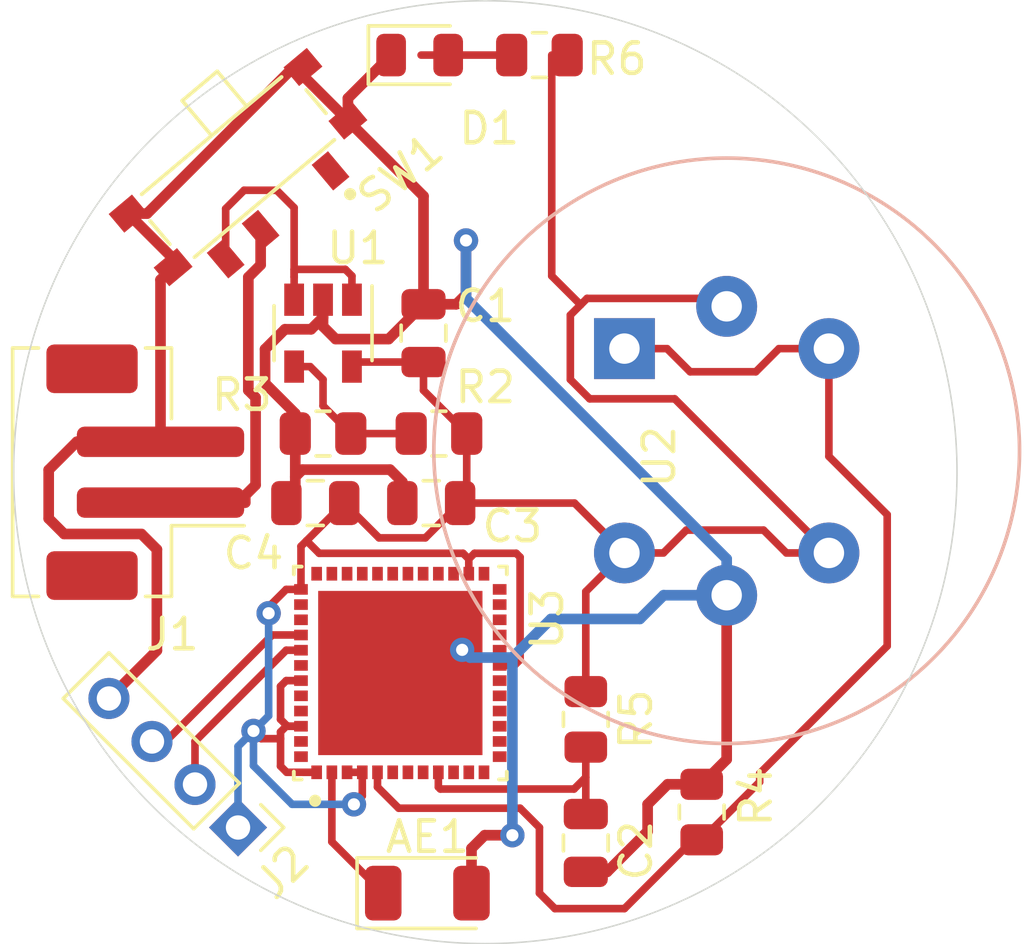
<source format=kicad_pcb>
(kicad_pcb (version 20171130) (host pcbnew 5.1.7-a382d34a8~88~ubuntu18.04.1)

  (general
    (thickness 1.6)
    (drawings 1)
    (tracks 198)
    (zones 0)
    (modules 17)
    (nets 48)
  )

  (page A4)
  (title_block
    (title IotMaskPCB)
    (date 2021-05-21)
    (rev v1.0)
    (company e-Yantra,IITBombay)
  )

  (layers
    (0 F.Cu signal)
    (31 B.Cu signal)
    (36 B.SilkS user hide)
    (37 F.SilkS user)
    (38 B.Mask user hide)
    (39 F.Mask user)
    (40 Dwgs.User user hide)
    (41 Cmts.User user hide)
    (44 Edge.Cuts user)
    (45 Margin user)
    (46 B.CrtYd user hide)
    (47 F.CrtYd user)
    (48 B.Fab user)
    (49 F.Fab user hide)
  )

  (setup
    (last_trace_width 0.25)
    (user_trace_width 0.25)
    (user_trace_width 0.35)
    (trace_clearance 0.2)
    (zone_clearance 0.508)
    (zone_45_only no)
    (trace_min 0.2)
    (via_size 0.8)
    (via_drill 0.4)
    (via_min_size 0.4)
    (via_min_drill 0.3)
    (uvia_size 0.3)
    (uvia_drill 0.1)
    (uvias_allowed no)
    (uvia_min_size 0.2)
    (uvia_min_drill 0.1)
    (edge_width 0.05)
    (segment_width 0.2)
    (pcb_text_width 0.3)
    (pcb_text_size 1.5 1.5)
    (mod_edge_width 0.12)
    (mod_text_size 1 1)
    (mod_text_width 0.15)
    (pad_size 1.524 1.524)
    (pad_drill 0.762)
    (pad_to_mask_clearance 0)
    (aux_axis_origin 0 0)
    (visible_elements FFFFFF7F)
    (pcbplotparams
      (layerselection 0x010fc_ffffffff)
      (usegerberextensions false)
      (usegerberattributes true)
      (usegerberadvancedattributes true)
      (creategerberjobfile true)
      (excludeedgelayer true)
      (linewidth 0.100000)
      (plotframeref false)
      (viasonmask false)
      (mode 1)
      (useauxorigin false)
      (hpglpennumber 1)
      (hpglpenspeed 20)
      (hpglpendiameter 15.000000)
      (psnegative false)
      (psa4output false)
      (plotreference true)
      (plotvalue true)
      (plotinvisibletext false)
      (padsonsilk false)
      (subtractmaskfromsilk false)
      (outputformat 1)
      (mirror false)
      (drillshape 1)
      (scaleselection 1)
      (outputdirectory ""))
  )

  (net 0 "")
  (net 1 GND)
  (net 2 "Net-(AE1-Pad1)")
  (net 3 /3.3V)
  (net 4 "Net-(C2-Pad1)")
  (net 5 "Net-(D1-Pad2)")
  (net 6 /5V)
  (net 7 /Rx)
  (net 8 /Tx)
  (net 9 "Net-(R2-Pad2)")
  (net 10 ADC)
  (net 11 "Net-(SW1-Pad3)")
  (net 12 "Net-(SW1-Pad1)")
  (net 13 "Net-(U3-Pad48)")
  (net 14 "Net-(U3-Pad47)")
  (net 15 "Net-(U3-Pad45)")
  (net 16 "Net-(U3-Pad44)")
  (net 17 "Net-(U3-Pad42)")
  (net 18 "Net-(U3-Pad39)")
  (net 19 "Net-(U3-Pad38)")
  (net 20 "Net-(U3-Pad36)")
  (net 21 "Net-(U3-Pad35)")
  (net 22 "Net-(U3-Pad34)")
  (net 23 "Net-(U3-Pad33)")
  (net 24 "Net-(U3-Pad32)")
  (net 25 "Net-(U3-Pad31)")
  (net 26 "Net-(U3-Pad30)")
  (net 27 "Net-(U3-Pad29)")
  (net 28 "Net-(U3-Pad28)")
  (net 29 "Net-(U3-Pad27)")
  (net 30 "Net-(U3-Pad25)")
  (net 31 "Net-(U3-Pad24)")
  (net 32 "Net-(U3-Pad23)")
  (net 33 "Net-(U3-Pad22)")
  (net 34 "Net-(U3-Pad21)")
  (net 35 "Net-(U3-Pad20)")
  (net 36 "Net-(U3-Pad18)")
  (net 37 "Net-(U3-Pad17)")
  (net 38 "Net-(U3-Pad16)")
  (net 39 "Net-(U3-Pad15)")
  (net 40 "Net-(U3-Pad14)")
  (net 41 "Net-(U3-Pad13)")
  (net 42 "Net-(U3-Pad12)")
  (net 43 "Net-(U3-Pad11)")
  (net 44 "Net-(U3-Pad10)")
  (net 45 "Net-(U3-Pad8)")
  (net 46 "Net-(U3-Pad7)")
  (net 47 "Net-(U3-Pad6)")

  (net_class Default "This is the default net class."
    (clearance 0.2)
    (trace_width 0.25)
    (via_dia 0.8)
    (via_drill 0.4)
    (uvia_dia 0.3)
    (uvia_drill 0.1)
    (add_net /3.3V)
    (add_net /Rx)
    (add_net /Tx)
    (add_net ADC)
    (add_net "Net-(AE1-Pad1)")
    (add_net "Net-(C2-Pad1)")
    (add_net "Net-(D1-Pad2)")
    (add_net "Net-(R2-Pad2)")
    (add_net "Net-(SW1-Pad1)")
    (add_net "Net-(SW1-Pad3)")
    (add_net "Net-(U3-Pad10)")
    (add_net "Net-(U3-Pad11)")
    (add_net "Net-(U3-Pad12)")
    (add_net "Net-(U3-Pad13)")
    (add_net "Net-(U3-Pad14)")
    (add_net "Net-(U3-Pad15)")
    (add_net "Net-(U3-Pad16)")
    (add_net "Net-(U3-Pad17)")
    (add_net "Net-(U3-Pad18)")
    (add_net "Net-(U3-Pad20)")
    (add_net "Net-(U3-Pad21)")
    (add_net "Net-(U3-Pad22)")
    (add_net "Net-(U3-Pad23)")
    (add_net "Net-(U3-Pad24)")
    (add_net "Net-(U3-Pad25)")
    (add_net "Net-(U3-Pad27)")
    (add_net "Net-(U3-Pad28)")
    (add_net "Net-(U3-Pad29)")
    (add_net "Net-(U3-Pad30)")
    (add_net "Net-(U3-Pad31)")
    (add_net "Net-(U3-Pad32)")
    (add_net "Net-(U3-Pad33)")
    (add_net "Net-(U3-Pad34)")
    (add_net "Net-(U3-Pad35)")
    (add_net "Net-(U3-Pad36)")
    (add_net "Net-(U3-Pad38)")
    (add_net "Net-(U3-Pad39)")
    (add_net "Net-(U3-Pad42)")
    (add_net "Net-(U3-Pad44)")
    (add_net "Net-(U3-Pad45)")
    (add_net "Net-(U3-Pad47)")
    (add_net "Net-(U3-Pad48)")
    (add_net "Net-(U3-Pad6)")
    (add_net "Net-(U3-Pad7)")
    (add_net "Net-(U3-Pad8)")
  )

  (net_class 0.5mm ""
    (clearance 0.2)
    (trace_width 0.35)
    (via_dia 0.8)
    (via_drill 0.4)
    (uvia_dia 0.3)
    (uvia_drill 0.1)
    (add_net /5V)
    (add_net GND)
  )

  (module ESP32-PICO-D4:PQFN50P700X700X104-49N (layer F.Cu) (tedit 60A11C61) (tstamp 60A806EB)
    (at 98.552 82.55 90)
    (path /60A60752)
    (fp_text reference U3 (at 1.778 4.826 270) (layer F.SilkS)
      (effects (font (size 1 1) (thickness 0.15)))
    )
    (fp_text value ESP (at -4.318 1.016 180) (layer F.Fab)
      (effects (font (size 1 1) (thickness 0.015)))
    )
    (fp_line (start -3.5 3.5) (end -3.5 -3.5) (layer F.Fab) (width 0.127))
    (fp_line (start -3.5 -3.5) (end 3.5 -3.5) (layer F.Fab) (width 0.127))
    (fp_line (start 3.5 -3.5) (end 3.5 3.5) (layer F.Fab) (width 0.127))
    (fp_line (start 3.5 3.5) (end -3.5 3.5) (layer F.Fab) (width 0.127))
    (fp_line (start -3.5 -3.245) (end -3.5 -3.5) (layer F.SilkS) (width 0.127))
    (fp_line (start -3.5 -3.5) (end -3.245 -3.5) (layer F.SilkS) (width 0.127))
    (fp_line (start -3.5 3.245) (end -3.5 3.5) (layer F.SilkS) (width 0.127))
    (fp_line (start -3.5 3.5) (end -3.245 3.5) (layer F.SilkS) (width 0.127))
    (fp_line (start 3.5 3.245) (end 3.5 3.5) (layer F.SilkS) (width 0.127))
    (fp_line (start 3.5 3.5) (end 3.245 3.5) (layer F.SilkS) (width 0.127))
    (fp_line (start 3.5 -3.245) (end 3.5 -3.5) (layer F.SilkS) (width 0.127))
    (fp_line (start 3.5 -3.5) (end 3.245 -3.5) (layer F.SilkS) (width 0.127))
    (fp_line (start -3.75 3.75) (end 3.75 3.75) (layer F.CrtYd) (width 0.05))
    (fp_line (start 3.75 3.75) (end 3.75 -3.75) (layer F.CrtYd) (width 0.05))
    (fp_line (start 3.75 -3.75) (end -3.75 -3.75) (layer F.CrtYd) (width 0.05))
    (fp_line (start -3.75 -3.75) (end -3.75 3.75) (layer F.CrtYd) (width 0.05))
    (fp_circle (center -4.2 -2.8) (end -4.1 -2.8) (layer F.SilkS) (width 0.2))
    (fp_circle (center -4.2 -2.8) (end -4.1 -2.8) (layer F.Fab) (width 0.2))
    (fp_poly (pts (xy 0.395 -2.305) (xy 2.305 -2.305) (xy 2.305 -0.395) (xy 0.395 -0.395)) (layer F.Paste) (width 0.01))
    (fp_poly (pts (xy -2.305 -2.305) (xy -0.395 -2.305) (xy -0.395 -0.395) (xy -2.305 -0.395)) (layer F.Paste) (width 0.01))
    (fp_poly (pts (xy -2.305 0.395) (xy -0.395 0.395) (xy -0.395 2.305) (xy -2.305 2.305)) (layer F.Paste) (width 0.01))
    (fp_poly (pts (xy 0.395 0.395) (xy 2.305 0.395) (xy 2.305 2.305) (xy 0.395 2.305)) (layer F.Paste) (width 0.01))
    (pad 49 smd rect (at 0 0 90) (size 5.4 5.4) (layers F.Cu F.Mask)
      (net 1 GND))
    (pad 48 smd rect (at -2.75 -3.265 90) (size 0.35 0.45) (layers F.Cu F.Paste F.Mask)
      (net 13 "Net-(U3-Pad48)"))
    (pad 47 smd rect (at -2.25 -3.265 90) (size 0.35 0.45) (layers F.Cu F.Paste F.Mask)
      (net 14 "Net-(U3-Pad47)"))
    (pad 46 smd rect (at -1.75 -3.265 90) (size 0.35 0.45) (layers F.Cu F.Paste F.Mask)
      (net 3 /3.3V))
    (pad 45 smd rect (at -1.25 -3.265 90) (size 0.35 0.45) (layers F.Cu F.Paste F.Mask)
      (net 15 "Net-(U3-Pad45)"))
    (pad 44 smd rect (at -0.75 -3.265 90) (size 0.35 0.45) (layers F.Cu F.Paste F.Mask)
      (net 16 "Net-(U3-Pad44)"))
    (pad 43 smd rect (at -0.25 -3.265 90) (size 0.35 0.45) (layers F.Cu F.Paste F.Mask)
      (net 3 /3.3V))
    (pad 42 smd rect (at 0.25 -3.265 90) (size 0.35 0.45) (layers F.Cu F.Paste F.Mask)
      (net 17 "Net-(U3-Pad42)"))
    (pad 41 smd rect (at 0.75 -3.265 90) (size 0.35 0.45) (layers F.Cu F.Paste F.Mask)
      (net 8 /Tx))
    (pad 40 smd rect (at 1.25 -3.265 90) (size 0.35 0.45) (layers F.Cu F.Paste F.Mask)
      (net 7 /Rx))
    (pad 39 smd rect (at 1.75 -3.265 90) (size 0.35 0.45) (layers F.Cu F.Paste F.Mask)
      (net 18 "Net-(U3-Pad39)"))
    (pad 38 smd rect (at 2.25 -3.265 90) (size 0.35 0.45) (layers F.Cu F.Paste F.Mask)
      (net 19 "Net-(U3-Pad38)"))
    (pad 37 smd rect (at 2.75 -3.265 90) (size 0.35 0.45) (layers F.Cu F.Paste F.Mask)
      (net 3 /3.3V))
    (pad 36 smd rect (at 3.265 -2.75 90) (size 0.45 0.35) (layers F.Cu F.Paste F.Mask)
      (net 20 "Net-(U3-Pad36)"))
    (pad 35 smd rect (at 3.265 -2.25 90) (size 0.45 0.35) (layers F.Cu F.Paste F.Mask)
      (net 21 "Net-(U3-Pad35)"))
    (pad 34 smd rect (at 3.265 -1.75 90) (size 0.45 0.35) (layers F.Cu F.Paste F.Mask)
      (net 22 "Net-(U3-Pad34)"))
    (pad 33 smd rect (at 3.265 -1.25 90) (size 0.45 0.35) (layers F.Cu F.Paste F.Mask)
      (net 23 "Net-(U3-Pad33)"))
    (pad 32 smd rect (at 3.265 -0.75 90) (size 0.45 0.35) (layers F.Cu F.Paste F.Mask)
      (net 24 "Net-(U3-Pad32)"))
    (pad 31 smd rect (at 3.265 -0.25 90) (size 0.45 0.35) (layers F.Cu F.Paste F.Mask)
      (net 25 "Net-(U3-Pad31)"))
    (pad 30 smd rect (at 3.265 0.25 90) (size 0.45 0.35) (layers F.Cu F.Paste F.Mask)
      (net 26 "Net-(U3-Pad30)"))
    (pad 29 smd rect (at 3.265 0.75 90) (size 0.45 0.35) (layers F.Cu F.Paste F.Mask)
      (net 27 "Net-(U3-Pad29)"))
    (pad 28 smd rect (at 3.265 1.25 90) (size 0.45 0.35) (layers F.Cu F.Paste F.Mask)
      (net 28 "Net-(U3-Pad28)"))
    (pad 27 smd rect (at 3.265 1.75 90) (size 0.45 0.35) (layers F.Cu F.Paste F.Mask)
      (net 29 "Net-(U3-Pad27)"))
    (pad 26 smd rect (at 3.265 2.25 90) (size 0.45 0.35) (layers F.Cu F.Paste F.Mask)
      (net 3 /3.3V))
    (pad 25 smd rect (at 3.265 2.75 90) (size 0.45 0.35) (layers F.Cu F.Paste F.Mask)
      (net 30 "Net-(U3-Pad25)"))
    (pad 24 smd rect (at 2.75 3.265 90) (size 0.35 0.45) (layers F.Cu F.Paste F.Mask)
      (net 31 "Net-(U3-Pad24)"))
    (pad 23 smd rect (at 2.25 3.265 90) (size 0.35 0.45) (layers F.Cu F.Paste F.Mask)
      (net 32 "Net-(U3-Pad23)"))
    (pad 22 smd rect (at 1.75 3.265 90) (size 0.35 0.45) (layers F.Cu F.Paste F.Mask)
      (net 33 "Net-(U3-Pad22)"))
    (pad 21 smd rect (at 1.25 3.265 90) (size 0.35 0.45) (layers F.Cu F.Paste F.Mask)
      (net 34 "Net-(U3-Pad21)"))
    (pad 20 smd rect (at 0.75 3.265 90) (size 0.35 0.45) (layers F.Cu F.Paste F.Mask)
      (net 35 "Net-(U3-Pad20)"))
    (pad 19 smd rect (at 0.25 3.265 90) (size 0.35 0.45) (layers F.Cu F.Paste F.Mask)
      (net 3 /3.3V))
    (pad 18 smd rect (at -0.25 3.265 90) (size 0.35 0.45) (layers F.Cu F.Paste F.Mask)
      (net 36 "Net-(U3-Pad18)"))
    (pad 17 smd rect (at -0.75 3.265 90) (size 0.35 0.45) (layers F.Cu F.Paste F.Mask)
      (net 37 "Net-(U3-Pad17)"))
    (pad 16 smd rect (at -1.25 3.265 90) (size 0.35 0.45) (layers F.Cu F.Paste F.Mask)
      (net 38 "Net-(U3-Pad16)"))
    (pad 15 smd rect (at -1.75 3.265 90) (size 0.35 0.45) (layers F.Cu F.Paste F.Mask)
      (net 39 "Net-(U3-Pad15)"))
    (pad 14 smd rect (at -2.25 3.265 90) (size 0.35 0.45) (layers F.Cu F.Paste F.Mask)
      (net 40 "Net-(U3-Pad14)"))
    (pad 13 smd rect (at -2.75 3.265 90) (size 0.35 0.45) (layers F.Cu F.Paste F.Mask)
      (net 41 "Net-(U3-Pad13)"))
    (pad 12 smd rect (at -3.265 2.75 90) (size 0.45 0.35) (layers F.Cu F.Paste F.Mask)
      (net 42 "Net-(U3-Pad12)"))
    (pad 11 smd rect (at -3.265 2.25 90) (size 0.45 0.35) (layers F.Cu F.Paste F.Mask)
      (net 43 "Net-(U3-Pad11)"))
    (pad 10 smd rect (at -3.265 1.75 90) (size 0.45 0.35) (layers F.Cu F.Paste F.Mask)
      (net 44 "Net-(U3-Pad10)"))
    (pad 9 smd rect (at -3.265 1.25 90) (size 0.45 0.35) (layers F.Cu F.Paste F.Mask)
      (net 4 "Net-(C2-Pad1)"))
    (pad 8 smd rect (at -3.265 0.75 90) (size 0.45 0.35) (layers F.Cu F.Paste F.Mask)
      (net 45 "Net-(U3-Pad8)"))
    (pad 7 smd rect (at -3.265 0.25 90) (size 0.45 0.35) (layers F.Cu F.Paste F.Mask)
      (net 46 "Net-(U3-Pad7)"))
    (pad 6 smd rect (at -3.265 -0.25 90) (size 0.45 0.35) (layers F.Cu F.Paste F.Mask)
      (net 47 "Net-(U3-Pad6)"))
    (pad 5 smd rect (at -3.265 -0.75 90) (size 0.45 0.35) (layers F.Cu F.Paste F.Mask)
      (net 10 ADC))
    (pad 4 smd rect (at -3.265 -1.25 90) (size 0.45 0.35) (layers F.Cu F.Paste F.Mask)
      (net 3 /3.3V))
    (pad 3 smd rect (at -3.265 -1.75 90) (size 0.45 0.35) (layers F.Cu F.Paste F.Mask)
      (net 3 /3.3V))
    (pad 2 smd rect (at -3.265 -2.25 90) (size 0.45 0.35) (layers F.Cu F.Paste F.Mask)
      (net 2 "Net-(AE1-Pad1)"))
    (pad 1 smd rect (at -3.265 -2.75 90) (size 0.45 0.35) (layers F.Cu F.Paste F.Mask)
      (net 3 /3.3V))
    (model /home/aditya/Codeworks/KICAD/ESP32-PICO-D4/ESP32-PICO-D4--3DModel-STEP-56544.STEP
      (at (xyz 0 0 0))
      (scale (xyz 1 1 1))
      (rotate (xyz -90 0 180))
    )
  )

  (module Sensor:MQ-6 (layer B.Cu) (tedit 5D9B6A52) (tstamp 60A806A0)
    (at 105.918 71.882 270)
    (descr "Gas Sensor, 6 pin, https://www.winsen-sensor.com/d/files/semiconductor/mq-6.pdf")
    (tags "gas sensor")
    (path /60AC8292)
    (fp_text reference U2 (at 3.556 -1.143 270) (layer F.SilkS)
      (effects (font (size 1 1) (thickness 0.15)))
    )
    (fp_text value MQ-135 (at 1.143 -8.89 270) (layer F.Fab)
      (effects (font (size 1 1) (thickness 0.15)))
    )
    (fp_circle (center 3.36 -3.36) (end 12.86 -3.36) (layer B.Fab) (width 0.1))
    (fp_circle (center 3.36 -3.36) (end 12.985 -3.36) (layer B.SilkS) (width 0.12))
    (fp_circle (center 3.36 -3.36) (end 13.11 -3.36) (layer B.CrtYd) (width 0.05))
    (fp_text user %R (at 3.65 -3.68 270) (layer F.Fab)
      (effects (font (size 1 1) (thickness 0.15)))
    )
    (pad 6 thru_hole circle (at 6.72 0) (size 2 2) (drill 1) (layers *.Cu *.Mask)
      (net 3 /3.3V))
    (pad 4 thru_hole circle (at 6.72 -6.72 90) (size 2 2) (drill 1) (layers *.Cu *.Mask)
      (net 3 /3.3V))
    (pad 3 thru_hole circle (at 0 -6.72 180) (size 2 2) (drill 1) (layers *.Cu *.Mask)
      (net 10 ADC))
    (pad 1 thru_hole rect (at 0 0 270) (size 2 2) (drill 1) (layers *.Cu *.Mask)
      (net 10 ADC))
    (pad 5 thru_hole circle (at 8.11 -3.36 270) (size 2 2) (drill 1) (layers *.Cu *.Mask)
      (net 1 GND))
    (pad 2 thru_hole circle (at -1.39 -3.36 270) (size 2 2) (drill 1) (layers *.Cu *.Mask)
      (net 3 /3.3V))
    (model ${KISYS3DMOD}/Sensor.3dshapes/MQ-6.wrl
      (at (xyz 0 0 0))
      (scale (xyz 1 1 1))
      (rotate (xyz 0 0 0))
    )
  )

  (module Package_TO_SOT_SMD:SOT-23-5 (layer F.Cu) (tedit 5A02FF57) (tstamp 60A81B6D)
    (at 96.012 71.374 270)
    (descr "5-pin SOT23 package")
    (tags SOT-23-5)
    (path /60AB7D84)
    (attr smd)
    (fp_text reference U1 (at -2.794 -1.143 180) (layer F.SilkS)
      (effects (font (size 1 1) (thickness 0.15)))
    )
    (fp_text value SPX (at -2.286 -0.381 180) (layer F.Fab)
      (effects (font (size 0.75 0.75) (thickness 0.15)))
    )
    (fp_line (start -0.9 1.61) (end 0.9 1.61) (layer F.SilkS) (width 0.12))
    (fp_line (start 0.9 -1.61) (end -1.55 -1.61) (layer F.SilkS) (width 0.12))
    (fp_line (start -1.9 -1.8) (end 1.9 -1.8) (layer F.CrtYd) (width 0.05))
    (fp_line (start 1.9 -1.8) (end 1.9 1.8) (layer F.CrtYd) (width 0.05))
    (fp_line (start 1.9 1.8) (end -1.9 1.8) (layer F.CrtYd) (width 0.05))
    (fp_line (start -1.9 1.8) (end -1.9 -1.8) (layer F.CrtYd) (width 0.05))
    (fp_line (start -0.9 -0.9) (end -0.25 -1.55) (layer F.Fab) (width 0.1))
    (fp_line (start 0.9 -1.55) (end -0.25 -1.55) (layer F.Fab) (width 0.1))
    (fp_line (start -0.9 -0.9) (end -0.9 1.55) (layer F.Fab) (width 0.1))
    (fp_line (start 0.9 1.55) (end -0.9 1.55) (layer F.Fab) (width 0.1))
    (fp_line (start 0.9 -1.55) (end 0.9 1.55) (layer F.Fab) (width 0.1))
    (fp_text user %R (at 0 0) (layer F.Fab)
      (effects (font (size 0.5 0.5) (thickness 0.075)))
    )
    (pad 5 smd rect (at 1.1 -0.95 270) (size 1.06 0.65) (layers F.Cu F.Paste F.Mask)
      (net 3 /3.3V))
    (pad 4 smd rect (at 1.1 0.95 270) (size 1.06 0.65) (layers F.Cu F.Paste F.Mask)
      (net 9 "Net-(R2-Pad2)"))
    (pad 3 smd rect (at -1.1 0.95 270) (size 1.06 0.65) (layers F.Cu F.Paste F.Mask)
      (net 11 "Net-(SW1-Pad3)"))
    (pad 2 smd rect (at -1.1 0 270) (size 1.06 0.65) (layers F.Cu F.Paste F.Mask)
      (net 1 GND))
    (pad 1 smd rect (at -1.1 -0.95 270) (size 1.06 0.65) (layers F.Cu F.Paste F.Mask)
      (net 11 "Net-(SW1-Pad3)"))
    (model ${KISYS3DMOD}/Package_TO_SOT_SMD.3dshapes/SOT-23-5.wrl
      (at (xyz 0 0 0))
      (scale (xyz 1 1 1))
      (rotate (xyz 0 0 0))
    )
  )

  (module MLL1200S:SW_MLL1200S (layer F.Cu) (tedit 60A62C91) (tstamp 60A8067D)
    (at 93.218 65.913 220)
    (path /60A65CD0)
    (fp_text reference SW1 (at -3.951313 -3.592102 220) (layer F.SilkS)
      (effects (font (size 1.000228 1.000228) (thickness 0.15)))
    )
    (fp_text value MLL1200S (at 0.089803 -0.089803 220) (layer F.Fab)
      (effects (font (size 1.001661 1.001661) (thickness 0.015)))
    )
    (fp_circle (center -2.25 -3.05) (end -2.15 -3.05) (layer F.SilkS) (width 0.2))
    (fp_line (start -3.35 -1.35) (end 3.35 -1.35) (layer F.Fab) (width 0.127))
    (fp_line (start 3.35 -1.35) (end 3.35 1.35) (layer F.Fab) (width 0.127))
    (fp_line (start 3.35 1.35) (end -3.35 1.35) (layer F.Fab) (width 0.127))
    (fp_line (start -3.35 1.35) (end -3.35 -1.35) (layer F.Fab) (width 0.127))
    (fp_line (start -4.55 -2.85) (end -4.55 1.85) (layer F.CrtYd) (width 0.05))
    (fp_line (start -4.55 1.85) (end -1.75 1.85) (layer F.CrtYd) (width 0.05))
    (fp_line (start -1.75 1.85) (end -1.75 3.1) (layer F.CrtYd) (width 0.05))
    (fp_line (start -1.75 3.1) (end 0.25 3.1) (layer F.CrtYd) (width 0.05))
    (fp_line (start 0.25 3.1) (end 0.25 1.85) (layer F.CrtYd) (width 0.05))
    (fp_line (start 0.25 1.85) (end 4.55 1.85) (layer F.CrtYd) (width 0.05))
    (fp_line (start 4.55 1.85) (end 4.55 -2.85) (layer F.CrtYd) (width 0.05))
    (fp_line (start 4.55 -2.85) (end -4.55 -2.85) (layer F.CrtYd) (width 0.05))
    (fp_line (start -1.5 1.35) (end -1.5 2.85) (layer F.SilkS) (width 0.127))
    (fp_line (start -1.5 2.85) (end 0 2.85) (layer F.SilkS) (width 0.127))
    (fp_line (start 0 2.85) (end 0 1.35) (layer F.SilkS) (width 0.127))
    (fp_line (start -3.35 -0.5) (end -3.35 0.5) (layer F.SilkS) (width 0.127))
    (fp_line (start -3 -1.35) (end 3 -1.35) (layer F.SilkS) (width 0.127))
    (fp_line (start -3 1.35) (end 3 1.35) (layer F.SilkS) (width 0.127))
    (fp_line (start 3.35 -0.5) (end 3.35 0.5) (layer F.SilkS) (width 0.127))
    (fp_line (start -1.5 1.35) (end -1.5 2.85) (layer F.Fab) (width 0.127))
    (fp_line (start -1.5 2.85) (end 0 2.85) (layer F.Fab) (width 0.127))
    (fp_line (start 0 2.85) (end 0 1.35) (layer F.Fab) (width 0.127))
    (pad G4 smd rect (at 3.75 1.15 220) (size 1 0.8) (layers F.Cu F.Paste F.Mask)
      (net 1 GND))
    (pad G2 smd rect (at 3.75 -1.15 220) (size 1 0.8) (layers F.Cu F.Paste F.Mask)
      (net 1 GND))
    (pad G3 smd rect (at -3.75 1.15 220) (size 1 0.8) (layers F.Cu F.Paste F.Mask)
      (net 1 GND))
    (pad G1 smd rect (at -3.75 -1.15 220) (size 1 0.8) (layers F.Cu F.Paste F.Mask)
      (net 1 GND))
    (pad 3 smd rect (at 2.25 -2.05 220) (size 0.7 1.1) (layers F.Cu F.Paste F.Mask)
      (net 11 "Net-(SW1-Pad3)"))
    (pad 2 smd rect (at 0.75 -2.05 220) (size 0.7 1.1) (layers F.Cu F.Paste F.Mask)
      (net 6 /5V))
    (pad 1 smd rect (at -2.25 -2.05 220) (size 0.7 1.1) (layers F.Cu F.Paste F.Mask)
      (net 12 "Net-(SW1-Pad1)"))
    (pad None np_thru_hole circle (at 1.5 0 220) (size 0.9 0.9) (drill 0.9) (layers *.Cu *.Mask))
    (pad None np_thru_hole circle (at -1.5 0 220) (size 0.9 0.9) (drill 0.9) (layers *.Cu *.Mask))
    (model /home/aditya/Codeworks/KICAD/MLL1200S/MLL1200S--3DModel-STEP-56544.STEP
      (at (xyz 0 0 0))
      (scale (xyz 1 1 1))
      (rotate (xyz -90 0 0))
    )
  )

  (module Resistor_SMD:R_0805_2012Metric (layer F.Cu) (tedit 5F68FEEE) (tstamp 60A80659)
    (at 103.124 62.23 180)
    (descr "Resistor SMD 0805 (2012 Metric), square (rectangular) end terminal, IPC_7351 nominal, (Body size source: IPC-SM-782 page 72, https://www.pcb-3d.com/wordpress/wp-content/uploads/ipc-sm-782a_amendment_1_and_2.pdf), generated with kicad-footprint-generator")
    (tags resistor)
    (path /60B135AD)
    (attr smd)
    (fp_text reference R6 (at -2.54 -0.127) (layer F.SilkS)
      (effects (font (size 1 1) (thickness 0.15)))
    )
    (fp_text value 1k (at -2.159 -1.651) (layer F.Fab)
      (effects (font (size 0.5 0.5) (thickness 0.125)))
    )
    (fp_line (start -1 0.625) (end -1 -0.625) (layer F.Fab) (width 0.1))
    (fp_line (start -1 -0.625) (end 1 -0.625) (layer F.Fab) (width 0.1))
    (fp_line (start 1 -0.625) (end 1 0.625) (layer F.Fab) (width 0.1))
    (fp_line (start 1 0.625) (end -1 0.625) (layer F.Fab) (width 0.1))
    (fp_line (start -0.227064 -0.735) (end 0.227064 -0.735) (layer F.SilkS) (width 0.12))
    (fp_line (start -0.227064 0.735) (end 0.227064 0.735) (layer F.SilkS) (width 0.12))
    (fp_line (start -1.68 0.95) (end -1.68 -0.95) (layer F.CrtYd) (width 0.05))
    (fp_line (start -1.68 -0.95) (end 1.68 -0.95) (layer F.CrtYd) (width 0.05))
    (fp_line (start 1.68 -0.95) (end 1.68 0.95) (layer F.CrtYd) (width 0.05))
    (fp_line (start 1.68 0.95) (end -1.68 0.95) (layer F.CrtYd) (width 0.05))
    (fp_text user %R (at 0 0) (layer F.Fab)
      (effects (font (size 0.5 0.5) (thickness 0.08)))
    )
    (pad 2 smd roundrect (at 0.9125 0 180) (size 1.025 1.4) (layers F.Cu F.Paste F.Mask) (roundrect_rratio 0.243902)
      (net 5 "Net-(D1-Pad2)"))
    (pad 1 smd roundrect (at -0.9125 0 180) (size 1.025 1.4) (layers F.Cu F.Paste F.Mask) (roundrect_rratio 0.243902)
      (net 3 /3.3V))
    (model ${KISYS3DMOD}/Resistor_SMD.3dshapes/R_0805_2012Metric.wrl
      (at (xyz 0 0 0))
      (scale (xyz 1 1 1))
      (rotate (xyz 0 0 0))
    )
  )

  (module Resistor_SMD:R_0805_2012Metric (layer F.Cu) (tedit 5F68FEEE) (tstamp 60A80648)
    (at 104.648 84.074 270)
    (descr "Resistor SMD 0805 (2012 Metric), square (rectangular) end terminal, IPC_7351 nominal, (Body size source: IPC-SM-782 page 72, https://www.pcb-3d.com/wordpress/wp-content/uploads/ipc-sm-782a_amendment_1_and_2.pdf), generated with kicad-footprint-generator")
    (tags resistor)
    (path /60A6B924)
    (attr smd)
    (fp_text reference R5 (at 0 -1.65 90) (layer F.SilkS)
      (effects (font (size 1 1) (thickness 0.15)))
    )
    (fp_text value 10k (at 1.27 1.27 90) (layer F.Fab)
      (effects (font (size 0.5 0.5) (thickness 0.125)))
    )
    (fp_line (start -1 0.625) (end -1 -0.625) (layer F.Fab) (width 0.1))
    (fp_line (start -1 -0.625) (end 1 -0.625) (layer F.Fab) (width 0.1))
    (fp_line (start 1 -0.625) (end 1 0.625) (layer F.Fab) (width 0.1))
    (fp_line (start 1 0.625) (end -1 0.625) (layer F.Fab) (width 0.1))
    (fp_line (start -0.227064 -0.735) (end 0.227064 -0.735) (layer F.SilkS) (width 0.12))
    (fp_line (start -0.227064 0.735) (end 0.227064 0.735) (layer F.SilkS) (width 0.12))
    (fp_line (start -1.68 0.95) (end -1.68 -0.95) (layer F.CrtYd) (width 0.05))
    (fp_line (start -1.68 -0.95) (end 1.68 -0.95) (layer F.CrtYd) (width 0.05))
    (fp_line (start 1.68 -0.95) (end 1.68 0.95) (layer F.CrtYd) (width 0.05))
    (fp_line (start 1.68 0.95) (end -1.68 0.95) (layer F.CrtYd) (width 0.05))
    (fp_text user %R (at 0 0 90) (layer F.Fab)
      (effects (font (size 0.5 0.5) (thickness 0.08)))
    )
    (pad 2 smd roundrect (at 0.9125 0 270) (size 1.025 1.4) (layers F.Cu F.Paste F.Mask) (roundrect_rratio 0.243902)
      (net 4 "Net-(C2-Pad1)"))
    (pad 1 smd roundrect (at -0.9125 0 270) (size 1.025 1.4) (layers F.Cu F.Paste F.Mask) (roundrect_rratio 0.243902)
      (net 3 /3.3V))
    (model ${KISYS3DMOD}/Resistor_SMD.3dshapes/R_0805_2012Metric.wrl
      (at (xyz 0 0 0))
      (scale (xyz 1 1 1))
      (rotate (xyz 0 0 0))
    )
  )

  (module Resistor_SMD:R_0805_2012Metric (layer F.Cu) (tedit 5F68FEEE) (tstamp 60A80637)
    (at 108.458 87.122 90)
    (descr "Resistor SMD 0805 (2012 Metric), square (rectangular) end terminal, IPC_7351 nominal, (Body size source: IPC-SM-782 page 72, https://www.pcb-3d.com/wordpress/wp-content/uploads/ipc-sm-782a_amendment_1_and_2.pdf), generated with kicad-footprint-generator")
    (tags resistor)
    (path /60AF6BA9)
    (attr smd)
    (fp_text reference R4 (at 0.508 1.778 90) (layer F.SilkS)
      (effects (font (size 1 1) (thickness 0.15)))
    )
    (fp_text value 10k (at 0.889 -1.397 90) (layer F.Fab)
      (effects (font (size 0.5 0.5) (thickness 0.125)))
    )
    (fp_line (start -1 0.625) (end -1 -0.625) (layer F.Fab) (width 0.1))
    (fp_line (start -1 -0.625) (end 1 -0.625) (layer F.Fab) (width 0.1))
    (fp_line (start 1 -0.625) (end 1 0.625) (layer F.Fab) (width 0.1))
    (fp_line (start 1 0.625) (end -1 0.625) (layer F.Fab) (width 0.1))
    (fp_line (start -0.227064 -0.735) (end 0.227064 -0.735) (layer F.SilkS) (width 0.12))
    (fp_line (start -0.227064 0.735) (end 0.227064 0.735) (layer F.SilkS) (width 0.12))
    (fp_line (start -1.68 0.95) (end -1.68 -0.95) (layer F.CrtYd) (width 0.05))
    (fp_line (start -1.68 -0.95) (end 1.68 -0.95) (layer F.CrtYd) (width 0.05))
    (fp_line (start 1.68 -0.95) (end 1.68 0.95) (layer F.CrtYd) (width 0.05))
    (fp_line (start 1.68 0.95) (end -1.68 0.95) (layer F.CrtYd) (width 0.05))
    (fp_text user %R (at 0 0 90) (layer F.Fab)
      (effects (font (size 0.5 0.5) (thickness 0.08)))
    )
    (pad 2 smd roundrect (at 0.9125 0 90) (size 1.025 1.4) (layers F.Cu F.Paste F.Mask) (roundrect_rratio 0.243902)
      (net 1 GND))
    (pad 1 smd roundrect (at -0.9125 0 90) (size 1.025 1.4) (layers F.Cu F.Paste F.Mask) (roundrect_rratio 0.243902)
      (net 10 ADC))
    (model ${KISYS3DMOD}/Resistor_SMD.3dshapes/R_0805_2012Metric.wrl
      (at (xyz 0 0 0))
      (scale (xyz 1 1 1))
      (rotate (xyz 0 0 0))
    )
  )

  (module Resistor_SMD:R_0805_2012Metric (layer F.Cu) (tedit 5F68FEEE) (tstamp 60A81B10)
    (at 96.012 74.676 180)
    (descr "Resistor SMD 0805 (2012 Metric), square (rectangular) end terminal, IPC_7351 nominal, (Body size source: IPC-SM-782 page 72, https://www.pcb-3d.com/wordpress/wp-content/uploads/ipc-sm-782a_amendment_1_and_2.pdf), generated with kicad-footprint-generator")
    (tags resistor)
    (path /60ABD357)
    (attr smd)
    (fp_text reference R3 (at 2.667 1.27) (layer F.SilkS)
      (effects (font (size 1 1) (thickness 0.15)))
    )
    (fp_text value 10k (at 1.27 -1.143) (layer F.Fab)
      (effects (font (size 0.5 0.5) (thickness 0.125)))
    )
    (fp_line (start -1 0.625) (end -1 -0.625) (layer F.Fab) (width 0.1))
    (fp_line (start -1 -0.625) (end 1 -0.625) (layer F.Fab) (width 0.1))
    (fp_line (start 1 -0.625) (end 1 0.625) (layer F.Fab) (width 0.1))
    (fp_line (start 1 0.625) (end -1 0.625) (layer F.Fab) (width 0.1))
    (fp_line (start -0.227064 -0.735) (end 0.227064 -0.735) (layer F.SilkS) (width 0.12))
    (fp_line (start -0.227064 0.735) (end 0.227064 0.735) (layer F.SilkS) (width 0.12))
    (fp_line (start -1.68 0.95) (end -1.68 -0.95) (layer F.CrtYd) (width 0.05))
    (fp_line (start -1.68 -0.95) (end 1.68 -0.95) (layer F.CrtYd) (width 0.05))
    (fp_line (start 1.68 -0.95) (end 1.68 0.95) (layer F.CrtYd) (width 0.05))
    (fp_line (start 1.68 0.95) (end -1.68 0.95) (layer F.CrtYd) (width 0.05))
    (fp_text user %R (at 0 0) (layer F.Fab)
      (effects (font (size 0.5 0.5) (thickness 0.08)))
    )
    (pad 2 smd roundrect (at 0.9125 0 180) (size 1.025 1.4) (layers F.Cu F.Paste F.Mask) (roundrect_rratio 0.243902)
      (net 1 GND))
    (pad 1 smd roundrect (at -0.9125 0 180) (size 1.025 1.4) (layers F.Cu F.Paste F.Mask) (roundrect_rratio 0.243902)
      (net 9 "Net-(R2-Pad2)"))
    (model ${KISYS3DMOD}/Resistor_SMD.3dshapes/R_0805_2012Metric.wrl
      (at (xyz 0 0 0))
      (scale (xyz 1 1 1))
      (rotate (xyz 0 0 0))
    )
  )

  (module Resistor_SMD:R_0805_2012Metric (layer F.Cu) (tedit 5F68FEEE) (tstamp 60A80615)
    (at 99.822 74.676 180)
    (descr "Resistor SMD 0805 (2012 Metric), square (rectangular) end terminal, IPC_7351 nominal, (Body size source: IPC-SM-782 page 72, https://www.pcb-3d.com/wordpress/wp-content/uploads/ipc-sm-782a_amendment_1_and_2.pdf), generated with kicad-footprint-generator")
    (tags resistor)
    (path /60ABCCB3)
    (attr smd)
    (fp_text reference R2 (at -1.524 1.524) (layer F.SilkS)
      (effects (font (size 1 1) (thickness 0.15)))
    )
    (fp_text value 22k (at -1.778 -1.016) (layer F.Fab)
      (effects (font (size 0.5 0.5) (thickness 0.125)))
    )
    (fp_line (start -1 0.625) (end -1 -0.625) (layer F.Fab) (width 0.1))
    (fp_line (start -1 -0.625) (end 1 -0.625) (layer F.Fab) (width 0.1))
    (fp_line (start 1 -0.625) (end 1 0.625) (layer F.Fab) (width 0.1))
    (fp_line (start 1 0.625) (end -1 0.625) (layer F.Fab) (width 0.1))
    (fp_line (start -0.227064 -0.735) (end 0.227064 -0.735) (layer F.SilkS) (width 0.12))
    (fp_line (start -0.227064 0.735) (end 0.227064 0.735) (layer F.SilkS) (width 0.12))
    (fp_line (start -1.68 0.95) (end -1.68 -0.95) (layer F.CrtYd) (width 0.05))
    (fp_line (start -1.68 -0.95) (end 1.68 -0.95) (layer F.CrtYd) (width 0.05))
    (fp_line (start 1.68 -0.95) (end 1.68 0.95) (layer F.CrtYd) (width 0.05))
    (fp_line (start 1.68 0.95) (end -1.68 0.95) (layer F.CrtYd) (width 0.05))
    (fp_text user %R (at 0 0) (layer F.Fab)
      (effects (font (size 0.5 0.5) (thickness 0.08)))
    )
    (pad 2 smd roundrect (at 0.9125 0 180) (size 1.025 1.4) (layers F.Cu F.Paste F.Mask) (roundrect_rratio 0.243902)
      (net 9 "Net-(R2-Pad2)"))
    (pad 1 smd roundrect (at -0.9125 0 180) (size 1.025 1.4) (layers F.Cu F.Paste F.Mask) (roundrect_rratio 0.243902)
      (net 3 /3.3V))
    (model ${KISYS3DMOD}/Resistor_SMD.3dshapes/R_0805_2012Metric.wrl
      (at (xyz 0 0 0))
      (scale (xyz 1 1 1))
      (rotate (xyz 0 0 0))
    )
  )

  (module Connector_PinHeader_2.00mm:PinHeader_1x04_P2.00mm_Vertical (layer F.Cu) (tedit 59FED667) (tstamp 60A80604)
    (at 93.218 87.63 225)
    (descr "Through hole straight pin header, 1x04, 2.00mm pitch, single row")
    (tags "Through hole pin header THT 1x04 2.00mm single row")
    (path /60A8BA62)
    (fp_text reference J2 (at 0 -2.06 45) (layer F.SilkS)
      (effects (font (size 1 1) (thickness 0.15)))
    )
    (fp_text value UART (at -2.155261 5.747364 135) (layer F.Fab)
      (effects (font (size 1 1) (thickness 0.15)))
    )
    (fp_line (start -0.5 -1) (end 1 -1) (layer F.Fab) (width 0.1))
    (fp_line (start 1 -1) (end 1 7) (layer F.Fab) (width 0.1))
    (fp_line (start 1 7) (end -1 7) (layer F.Fab) (width 0.1))
    (fp_line (start -1 7) (end -1 -0.5) (layer F.Fab) (width 0.1))
    (fp_line (start -1 -0.5) (end -0.5 -1) (layer F.Fab) (width 0.1))
    (fp_line (start -1.06 7.06) (end 1.06 7.06) (layer F.SilkS) (width 0.12))
    (fp_line (start -1.06 1) (end -1.06 7.06) (layer F.SilkS) (width 0.12))
    (fp_line (start 1.06 1) (end 1.06 7.06) (layer F.SilkS) (width 0.12))
    (fp_line (start -1.06 1) (end 1.06 1) (layer F.SilkS) (width 0.12))
    (fp_line (start -1.06 0) (end -1.06 -1.06) (layer F.SilkS) (width 0.12))
    (fp_line (start -1.06 -1.06) (end 0 -1.06) (layer F.SilkS) (width 0.12))
    (fp_line (start -1.5 -1.5) (end -1.5 7.5) (layer F.CrtYd) (width 0.05))
    (fp_line (start -1.5 7.5) (end 1.5 7.5) (layer F.CrtYd) (width 0.05))
    (fp_line (start 1.5 7.5) (end 1.5 -1.5) (layer F.CrtYd) (width 0.05))
    (fp_line (start 1.5 -1.5) (end -1.5 -1.5) (layer F.CrtYd) (width 0.05))
    (fp_text user %R (at 0 3 135) (layer F.Fab)
      (effects (font (size 1 1) (thickness 0.15)))
    )
    (pad 4 thru_hole oval (at 0 6 225) (size 1.35 1.35) (drill 0.8) (layers *.Cu *.Mask)
      (net 1 GND))
    (pad 3 thru_hole oval (at 0 4 225) (size 1.35 1.35) (drill 0.8) (layers *.Cu *.Mask)
      (net 7 /Rx))
    (pad 2 thru_hole oval (at 0 2 225) (size 1.35 1.35) (drill 0.8) (layers *.Cu *.Mask)
      (net 8 /Tx))
    (pad 1 thru_hole rect (at 0 0 225) (size 1.35 1.35) (drill 0.8) (layers *.Cu *.Mask)
      (net 3 /3.3V))
    (model ${KISYS3DMOD}/Connector_PinHeader_2.00mm.3dshapes/PinHeader_1x04_P2.00mm_Vertical.wrl
      (at (xyz 0 0 0))
      (scale (xyz 1 1 1))
      (rotate (xyz 0 0 0))
    )
  )

  (module Connector_JST:JST_PH_B2B-PH-SM4-TB_1x02-1MP_P2.00mm_Vertical (layer F.Cu) (tedit 5B78AD87) (tstamp 60A80DBD)
    (at 90.17 75.946 90)
    (descr "JST PH series connector, B2B-PH-SM4-TB (http://www.jst-mfg.com/product/pdf/eng/ePH.pdf), generated with kicad-footprint-generator")
    (tags "connector JST PH side entry")
    (path /60AB62B6)
    (attr smd)
    (fp_text reference J1 (at -5.334 0.889 180) (layer F.SilkS)
      (effects (font (size 1 1) (thickness 0.15)))
    )
    (fp_text value Lipo (at -3.937 1.905 180) (layer F.Fab)
      (effects (font (size 1 1) (thickness 0.15)))
    )
    (fp_line (start -3.975 0.75) (end 3.975 0.75) (layer F.Fab) (width 0.1))
    (fp_line (start -4.085 0.01) (end -4.085 0.86) (layer F.SilkS) (width 0.12))
    (fp_line (start -4.085 0.86) (end -1.76 0.86) (layer F.SilkS) (width 0.12))
    (fp_line (start -1.76 0.86) (end -1.76 3.25) (layer F.SilkS) (width 0.12))
    (fp_line (start 4.085 0.01) (end 4.085 0.86) (layer F.SilkS) (width 0.12))
    (fp_line (start 4.085 0.86) (end 1.76 0.86) (layer F.SilkS) (width 0.12))
    (fp_line (start -4.085 -3.51) (end -4.085 -4.36) (layer F.SilkS) (width 0.12))
    (fp_line (start -4.085 -4.36) (end 4.085 -4.36) (layer F.SilkS) (width 0.12))
    (fp_line (start 4.085 -4.36) (end 4.085 -3.51) (layer F.SilkS) (width 0.12))
    (fp_line (start -3.975 -4.25) (end 3.975 -4.25) (layer F.Fab) (width 0.1))
    (fp_line (start -3.975 0.75) (end -3.975 -4.25) (layer F.Fab) (width 0.1))
    (fp_line (start 3.975 0.75) (end 3.975 -4.25) (layer F.Fab) (width 0.1))
    (fp_line (start -1.25 -2.75) (end -1.25 -2.25) (layer F.Fab) (width 0.1))
    (fp_line (start -1.25 -2.25) (end -0.75 -2.25) (layer F.Fab) (width 0.1))
    (fp_line (start -0.75 -2.25) (end -0.75 -2.75) (layer F.Fab) (width 0.1))
    (fp_line (start -0.75 -2.75) (end -1.25 -2.75) (layer F.Fab) (width 0.1))
    (fp_line (start 0.75 -2.75) (end 0.75 -2.25) (layer F.Fab) (width 0.1))
    (fp_line (start 0.75 -2.25) (end 1.25 -2.25) (layer F.Fab) (width 0.1))
    (fp_line (start 1.25 -2.25) (end 1.25 -2.75) (layer F.Fab) (width 0.1))
    (fp_line (start 1.25 -2.75) (end 0.75 -2.75) (layer F.Fab) (width 0.1))
    (fp_line (start -4.7 -4.75) (end -4.7 3.75) (layer F.CrtYd) (width 0.05))
    (fp_line (start -4.7 3.75) (end 4.7 3.75) (layer F.CrtYd) (width 0.05))
    (fp_line (start 4.7 3.75) (end 4.7 -4.75) (layer F.CrtYd) (width 0.05))
    (fp_line (start 4.7 -4.75) (end -4.7 -4.75) (layer F.CrtYd) (width 0.05))
    (fp_line (start -1.5 0.75) (end -1 0.042893) (layer F.Fab) (width 0.1))
    (fp_line (start -1 0.042893) (end -0.5 0.75) (layer F.Fab) (width 0.1))
    (fp_text user %R (at 0 -1 90) (layer F.Fab)
      (effects (font (size 1 1) (thickness 0.15)))
    )
    (pad MP smd roundrect (at 3.4 -1.75 90) (size 1.6 3) (layers F.Cu F.Paste F.Mask) (roundrect_rratio 0.15625))
    (pad MP smd roundrect (at -3.4 -1.75 90) (size 1.6 3) (layers F.Cu F.Paste F.Mask) (roundrect_rratio 0.15625))
    (pad 2 smd roundrect (at 1 0.5 90) (size 1 5.5) (layers F.Cu F.Paste F.Mask) (roundrect_rratio 0.25)
      (net 1 GND))
    (pad 1 smd roundrect (at -1 0.5 90) (size 1 5.5) (layers F.Cu F.Paste F.Mask) (roundrect_rratio 0.25)
      (net 6 /5V))
    (model ${KISYS3DMOD}/Connector_JST.3dshapes/JST_PH_B2B-PH-SM4-TB_1x02-1MP_P2.00mm_Vertical.wrl
      (at (xyz 0 0 0))
      (scale (xyz 1 1 1))
      (rotate (xyz 0 0 0))
    )
  )

  (module LED_SMD:LED_0805_2012Metric (layer F.Cu) (tedit 5F68FEF1) (tstamp 60A80A87)
    (at 99.187 62.23)
    (descr "LED SMD 0805 (2012 Metric), square (rectangular) end terminal, IPC_7351 nominal, (Body size source: https://docs.google.com/spreadsheets/d/1BsfQQcO9C6DZCsRaXUlFlo91Tg2WpOkGARC1WS5S8t0/edit?usp=sharing), generated with kicad-footprint-generator")
    (tags LED)
    (path /60B1264C)
    (attr smd)
    (fp_text reference D1 (at 2.286 2.413) (layer F.SilkS)
      (effects (font (size 1 1) (thickness 0.15)))
    )
    (fp_text value 7012x1 (at 0.635 1.397) (layer F.Fab)
      (effects (font (size 0.75 0.75) (thickness 0.15)))
    )
    (fp_line (start 1 -0.6) (end -0.7 -0.6) (layer F.Fab) (width 0.1))
    (fp_line (start -0.7 -0.6) (end -1 -0.3) (layer F.Fab) (width 0.1))
    (fp_line (start -1 -0.3) (end -1 0.6) (layer F.Fab) (width 0.1))
    (fp_line (start -1 0.6) (end 1 0.6) (layer F.Fab) (width 0.1))
    (fp_line (start 1 0.6) (end 1 -0.6) (layer F.Fab) (width 0.1))
    (fp_line (start 1 -0.96) (end -1.685 -0.96) (layer F.SilkS) (width 0.12))
    (fp_line (start -1.685 -0.96) (end -1.685 0.96) (layer F.SilkS) (width 0.12))
    (fp_line (start -1.685 0.96) (end 1 0.96) (layer F.SilkS) (width 0.12))
    (fp_line (start -1.68 0.95) (end -1.68 -0.95) (layer F.CrtYd) (width 0.05))
    (fp_line (start -1.68 -0.95) (end 1.68 -0.95) (layer F.CrtYd) (width 0.05))
    (fp_line (start 1.68 -0.95) (end 1.68 0.95) (layer F.CrtYd) (width 0.05))
    (fp_line (start 1.68 0.95) (end -1.68 0.95) (layer F.CrtYd) (width 0.05))
    (fp_text user %R (at 0 0) (layer F.Fab)
      (effects (font (size 0.5 0.5) (thickness 0.08)))
    )
    (pad 2 smd roundrect (at 0.9375 0) (size 0.975 1.4) (layers F.Cu F.Paste F.Mask) (roundrect_rratio 0.25)
      (net 5 "Net-(D1-Pad2)"))
    (pad 1 smd roundrect (at -0.9375 0) (size 0.975 1.4) (layers F.Cu F.Paste F.Mask) (roundrect_rratio 0.25)
      (net 1 GND))
    (model ${KISYS3DMOD}/LED_SMD.3dshapes/LED_0805_2012Metric.wrl
      (at (xyz 0 0 0))
      (scale (xyz 1 1 1))
      (rotate (xyz 0 0 0))
    )
  )

  (module Capacitor_SMD:C_0805_2012Metric (layer F.Cu) (tedit 5F68FEEE) (tstamp 60A80ED6)
    (at 95.758 76.962)
    (descr "Capacitor SMD 0805 (2012 Metric), square (rectangular) end terminal, IPC_7351 nominal, (Body size source: IPC-SM-782 page 76, https://www.pcb-3d.com/wordpress/wp-content/uploads/ipc-sm-782a_amendment_1_and_2.pdf, https://docs.google.com/spreadsheets/d/1BsfQQcO9C6DZCsRaXUlFlo91Tg2WpOkGARC1WS5S8t0/edit?usp=sharing), generated with kicad-footprint-generator")
    (tags capacitor)
    (path /60A772D5)
    (attr smd)
    (fp_text reference C4 (at -2.032 1.651) (layer F.SilkS)
      (effects (font (size 1 1) (thickness 0.15)))
    )
    (fp_text value 0.1uF (at 0.635 1.27) (layer F.Fab)
      (effects (font (size 0.5 0.5) (thickness 0.125)))
    )
    (fp_line (start -1 0.625) (end -1 -0.625) (layer F.Fab) (width 0.1))
    (fp_line (start -1 -0.625) (end 1 -0.625) (layer F.Fab) (width 0.1))
    (fp_line (start 1 -0.625) (end 1 0.625) (layer F.Fab) (width 0.1))
    (fp_line (start 1 0.625) (end -1 0.625) (layer F.Fab) (width 0.1))
    (fp_line (start -0.261252 -0.735) (end 0.261252 -0.735) (layer F.SilkS) (width 0.12))
    (fp_line (start -0.261252 0.735) (end 0.261252 0.735) (layer F.SilkS) (width 0.12))
    (fp_line (start -1.7 0.98) (end -1.7 -0.98) (layer F.CrtYd) (width 0.05))
    (fp_line (start -1.7 -0.98) (end 1.7 -0.98) (layer F.CrtYd) (width 0.05))
    (fp_line (start 1.7 -0.98) (end 1.7 0.98) (layer F.CrtYd) (width 0.05))
    (fp_line (start 1.7 0.98) (end -1.7 0.98) (layer F.CrtYd) (width 0.05))
    (fp_text user %R (at 0 0) (layer F.Fab)
      (effects (font (size 0.5 0.5) (thickness 0.08)))
    )
    (pad 2 smd roundrect (at 0.95 0) (size 1 1.45) (layers F.Cu F.Paste F.Mask) (roundrect_rratio 0.25)
      (net 3 /3.3V))
    (pad 1 smd roundrect (at -0.95 0) (size 1 1.45) (layers F.Cu F.Paste F.Mask) (roundrect_rratio 0.25)
      (net 1 GND))
    (model ${KISYS3DMOD}/Capacitor_SMD.3dshapes/C_0805_2012Metric.wrl
      (at (xyz 0 0 0))
      (scale (xyz 1 1 1))
      (rotate (xyz 0 0 0))
    )
  )

  (module Capacitor_SMD:C_0805_2012Metric (layer F.Cu) (tedit 5F68FEEE) (tstamp 60A80E81)
    (at 99.568 76.962)
    (descr "Capacitor SMD 0805 (2012 Metric), square (rectangular) end terminal, IPC_7351 nominal, (Body size source: IPC-SM-782 page 76, https://www.pcb-3d.com/wordpress/wp-content/uploads/ipc-sm-782a_amendment_1_and_2.pdf, https://docs.google.com/spreadsheets/d/1BsfQQcO9C6DZCsRaXUlFlo91Tg2WpOkGARC1WS5S8t0/edit?usp=sharing), generated with kicad-footprint-generator")
    (tags capacitor)
    (path /60A76B45)
    (attr smd)
    (fp_text reference C3 (at 2.667 0.762) (layer F.SilkS)
      (effects (font (size 1 1) (thickness 0.15)))
    )
    (fp_text value 10uF (at 0.381 1.397) (layer F.Fab)
      (effects (font (size 0.5 0.5) (thickness 0.125)))
    )
    (fp_line (start -1 0.625) (end -1 -0.625) (layer F.Fab) (width 0.1))
    (fp_line (start -1 -0.625) (end 1 -0.625) (layer F.Fab) (width 0.1))
    (fp_line (start 1 -0.625) (end 1 0.625) (layer F.Fab) (width 0.1))
    (fp_line (start 1 0.625) (end -1 0.625) (layer F.Fab) (width 0.1))
    (fp_line (start -0.261252 -0.735) (end 0.261252 -0.735) (layer F.SilkS) (width 0.12))
    (fp_line (start -0.261252 0.735) (end 0.261252 0.735) (layer F.SilkS) (width 0.12))
    (fp_line (start -1.7 0.98) (end -1.7 -0.98) (layer F.CrtYd) (width 0.05))
    (fp_line (start -1.7 -0.98) (end 1.7 -0.98) (layer F.CrtYd) (width 0.05))
    (fp_line (start 1.7 -0.98) (end 1.7 0.98) (layer F.CrtYd) (width 0.05))
    (fp_line (start 1.7 0.98) (end -1.7 0.98) (layer F.CrtYd) (width 0.05))
    (fp_text user %R (at 0 0) (layer F.Fab)
      (effects (font (size 0.5 0.5) (thickness 0.08)))
    )
    (pad 2 smd roundrect (at 0.95 0) (size 1 1.45) (layers F.Cu F.Paste F.Mask) (roundrect_rratio 0.25)
      (net 3 /3.3V))
    (pad 1 smd roundrect (at -0.95 0) (size 1 1.45) (layers F.Cu F.Paste F.Mask) (roundrect_rratio 0.25)
      (net 1 GND))
    (model ${KISYS3DMOD}/Capacitor_SMD.3dshapes/C_0805_2012Metric.wrl
      (at (xyz 0 0 0))
      (scale (xyz 1 1 1))
      (rotate (xyz 0 0 0))
    )
  )

  (module Capacitor_SMD:C_0805_2012Metric (layer F.Cu) (tedit 5F68FEEE) (tstamp 60A80594)
    (at 104.648 88.138 270)
    (descr "Capacitor SMD 0805 (2012 Metric), square (rectangular) end terminal, IPC_7351 nominal, (Body size source: IPC-SM-782 page 76, https://www.pcb-3d.com/wordpress/wp-content/uploads/ipc-sm-782a_amendment_1_and_2.pdf, https://docs.google.com/spreadsheets/d/1BsfQQcO9C6DZCsRaXUlFlo91Tg2WpOkGARC1WS5S8t0/edit?usp=sharing), generated with kicad-footprint-generator")
    (tags capacitor)
    (path /60A6BE86)
    (attr smd)
    (fp_text reference C2 (at 0.254 -1.651 270) (layer F.SilkS)
      (effects (font (size 1 1) (thickness 0.15)))
    )
    (fp_text value 1uF (at 1.143 1.143 90) (layer F.Fab)
      (effects (font (size 0.5 0.5) (thickness 0.125)))
    )
    (fp_line (start -1 0.625) (end -1 -0.625) (layer F.Fab) (width 0.1))
    (fp_line (start -1 -0.625) (end 1 -0.625) (layer F.Fab) (width 0.1))
    (fp_line (start 1 -0.625) (end 1 0.625) (layer F.Fab) (width 0.1))
    (fp_line (start 1 0.625) (end -1 0.625) (layer F.Fab) (width 0.1))
    (fp_line (start -0.261252 -0.735) (end 0.261252 -0.735) (layer F.SilkS) (width 0.12))
    (fp_line (start -0.261252 0.735) (end 0.261252 0.735) (layer F.SilkS) (width 0.12))
    (fp_line (start -1.7 0.98) (end -1.7 -0.98) (layer F.CrtYd) (width 0.05))
    (fp_line (start -1.7 -0.98) (end 1.7 -0.98) (layer F.CrtYd) (width 0.05))
    (fp_line (start 1.7 -0.98) (end 1.7 0.98) (layer F.CrtYd) (width 0.05))
    (fp_line (start 1.7 0.98) (end -1.7 0.98) (layer F.CrtYd) (width 0.05))
    (fp_text user %R (at 0 0 90) (layer F.Fab)
      (effects (font (size 0.5 0.5) (thickness 0.08)))
    )
    (pad 2 smd roundrect (at 0.95 0 270) (size 1 1.45) (layers F.Cu F.Paste F.Mask) (roundrect_rratio 0.25)
      (net 1 GND))
    (pad 1 smd roundrect (at -0.95 0 270) (size 1 1.45) (layers F.Cu F.Paste F.Mask) (roundrect_rratio 0.25)
      (net 4 "Net-(C2-Pad1)"))
    (model ${KISYS3DMOD}/Capacitor_SMD.3dshapes/C_0805_2012Metric.wrl
      (at (xyz 0 0 0))
      (scale (xyz 1 1 1))
      (rotate (xyz 0 0 0))
    )
  )

  (module Capacitor_SMD:C_0805_2012Metric (layer F.Cu) (tedit 5F68FEEE) (tstamp 60A81A21)
    (at 99.314 71.374 90)
    (descr "Capacitor SMD 0805 (2012 Metric), square (rectangular) end terminal, IPC_7351 nominal, (Body size source: IPC-SM-782 page 76, https://www.pcb-3d.com/wordpress/wp-content/uploads/ipc-sm-782a_amendment_1_and_2.pdf, https://docs.google.com/spreadsheets/d/1BsfQQcO9C6DZCsRaXUlFlo91Tg2WpOkGARC1WS5S8t0/edit?usp=sharing), generated with kicad-footprint-generator")
    (tags capacitor)
    (path /60ABD903)
    (attr smd)
    (fp_text reference C1 (at 0.889 2.032 180) (layer F.SilkS)
      (effects (font (size 1 1) (thickness 0.15)))
    )
    (fp_text value 10nF (at 2.286 0.635 180) (layer F.Fab)
      (effects (font (size 0.75 0.75) (thickness 0.15)))
    )
    (fp_line (start -1 0.625) (end -1 -0.625) (layer F.Fab) (width 0.1))
    (fp_line (start -1 -0.625) (end 1 -0.625) (layer F.Fab) (width 0.1))
    (fp_line (start 1 -0.625) (end 1 0.625) (layer F.Fab) (width 0.1))
    (fp_line (start 1 0.625) (end -1 0.625) (layer F.Fab) (width 0.1))
    (fp_line (start -0.261252 -0.735) (end 0.261252 -0.735) (layer F.SilkS) (width 0.12))
    (fp_line (start -0.261252 0.735) (end 0.261252 0.735) (layer F.SilkS) (width 0.12))
    (fp_line (start -1.7 0.98) (end -1.7 -0.98) (layer F.CrtYd) (width 0.05))
    (fp_line (start -1.7 -0.98) (end 1.7 -0.98) (layer F.CrtYd) (width 0.05))
    (fp_line (start 1.7 -0.98) (end 1.7 0.98) (layer F.CrtYd) (width 0.05))
    (fp_line (start 1.7 0.98) (end -1.7 0.98) (layer F.CrtYd) (width 0.05))
    (fp_text user %R (at 0 0 90) (layer F.Fab)
      (effects (font (size 0.5 0.5) (thickness 0.08)))
    )
    (pad 2 smd roundrect (at 0.95 0 90) (size 1 1.45) (layers F.Cu F.Paste F.Mask) (roundrect_rratio 0.25)
      (net 1 GND))
    (pad 1 smd roundrect (at -0.95 0 90) (size 1 1.45) (layers F.Cu F.Paste F.Mask) (roundrect_rratio 0.25)
      (net 3 /3.3V))
    (model ${KISYS3DMOD}/Capacitor_SMD.3dshapes/C_0805_2012Metric.wrl
      (at (xyz 0 0 0))
      (scale (xyz 1 1 1))
      (rotate (xyz 0 0 0))
    )
  )

  (module RF_Antenna:Johanson_2450AT18x100 (layer F.Cu) (tedit 5E281F47) (tstamp 60A80572)
    (at 99.441 89.789)
    (descr "Johanson 2450AT43F0100 SMD antenna 2400-2500Mhz, -0.5dBi, https://www.johansontechnology.com/datasheets/2450AT18A100/2450AT18A100.pdf")
    (tags antenna)
    (path /60A8465A)
    (attr smd)
    (fp_text reference AE1 (at 0 -1.85) (layer F.SilkS)
      (effects (font (size 1 1) (thickness 0.15)))
    )
    (fp_text value 2.4GHz (at 3.556 1.016) (layer F.Fab)
      (effects (font (size 0.5 0.5) (thickness 0.125)))
    )
    (fp_line (start 1.6 -0.8) (end -1.2 -0.8) (layer F.Fab) (width 0.1))
    (fp_line (start -1.2 -0.8) (end -1.6 -0.4) (layer F.Fab) (width 0.1))
    (fp_line (start -1.6 -0.4) (end -1.6 0.8) (layer F.Fab) (width 0.1))
    (fp_line (start -1.6 0.8) (end 1.6 0.8) (layer F.Fab) (width 0.1))
    (fp_line (start 1.6 0.8) (end 1.6 -0.8) (layer F.Fab) (width 0.1))
    (fp_line (start 1.6 -1.16) (end -2.31 -1.16) (layer F.SilkS) (width 0.12))
    (fp_line (start -2.31 -1.16) (end -2.31 1.16) (layer F.SilkS) (width 0.12))
    (fp_line (start -2.31 1.16) (end 1.6 1.16) (layer F.SilkS) (width 0.12))
    (fp_line (start -2.3 1.15) (end -2.3 -1.15) (layer F.CrtYd) (width 0.05))
    (fp_line (start -2.3 -1.15) (end 2.3 -1.15) (layer F.CrtYd) (width 0.05))
    (fp_line (start 2.3 -1.15) (end 2.3 1.15) (layer F.CrtYd) (width 0.05))
    (fp_line (start 2.3 1.15) (end -2.3 1.15) (layer F.CrtYd) (width 0.05))
    (fp_text user %R (at 0 0) (layer F.Fab)
      (effects (font (size 0.8 0.8) (thickness 0.12)))
    )
    (pad 2 smd roundrect (at 1.45 0) (size 1.2 1.8) (layers F.Cu F.Paste F.Mask) (roundrect_rratio 0.208333)
      (net 1 GND))
    (pad 1 smd roundrect (at -1.45 0) (size 1.2 1.8) (layers F.Cu F.Paste F.Mask) (roundrect_rratio 0.208333)
      (net 2 "Net-(AE1-Pad1)"))
    (model ${KISYS3DMOD}/RF_Antenna.3dshapes/Johanson_2450AT18x100.wrl
      (at (xyz 0 0 0))
      (scale (xyz 1 1 1))
      (rotate (xyz 0 0 0))
    )
  )

  (gr_circle (center 101.346 75.946) (end 85.852 76.454) (layer Edge.Cuts) (width 0.05))

  (via (at 100.584 81.788) (size 0.8) (drill 0.4) (layers F.Cu B.Cu) (net 1))
  (segment (start 95.062 74.6385) (end 95.0995 74.676) (width 0.25) (layer F.Cu) (net 1))
  (segment (start 95.0995 74.676) (end 95.0995 74.3185) (width 0.25) (layer F.Cu) (net 1))
  (segment (start 96.012 71.154) (end 96.012 70.274) (width 0.35) (layer F.Cu) (net 1))
  (segment (start 96.426999 71.568999) (end 96.012 71.154) (width 0.35) (layer F.Cu) (net 1))
  (segment (start 98.169001 71.568999) (end 96.426999 71.568999) (width 0.35) (layer F.Cu) (net 1))
  (segment (start 99.314 70.424) (end 98.169001 71.568999) (width 0.35) (layer F.Cu) (net 1))
  (segment (start 95.0995 76.6705) (end 94.808 76.962) (width 0.35) (layer F.Cu) (net 1))
  (segment (start 98.618 76.962) (end 98.618 76.266) (width 0.35) (layer F.Cu) (net 1))
  (segment (start 98.618 76.266) (end 98.21399 75.86199) (width 0.35) (layer F.Cu) (net 1))
  (segment (start 95.33401 75.86199) (end 95.0995 76.0965) (width 0.35) (layer F.Cu) (net 1))
  (segment (start 98.21399 75.86199) (end 95.33401 75.86199) (width 0.35) (layer F.Cu) (net 1))
  (segment (start 95.0995 74.676) (end 95.0995 76.0965) (width 0.35) (layer F.Cu) (net 1))
  (segment (start 95.0995 76.0965) (end 95.0995 76.6705) (width 0.35) (layer F.Cu) (net 1))
  (segment (start 95.0995 74.0175) (end 95.0995 74.676) (width 0.35) (layer F.Cu) (net 1))
  (segment (start 96.012 70.274) (end 96.012 70.854002) (width 0.35) (layer F.Cu) (net 1))
  (segment (start 96.012 70.854002) (end 95.619002 71.247) (width 0.35) (layer F.Cu) (net 1))
  (segment (start 94.107 71.898998) (end 94.107 73.025) (width 0.35) (layer F.Cu) (net 1))
  (segment (start 95.619002 71.247) (end 94.758998 71.247) (width 0.35) (layer F.Cu) (net 1))
  (segment (start 94.758998 71.247) (end 94.107 71.898998) (width 0.35) (layer F.Cu) (net 1))
  (segment (start 94.107 73.025) (end 95.0995 74.0175) (width 0.35) (layer F.Cu) (net 1))
  (segment (start 109.278 85.3895) (end 108.458 86.2095) (width 0.35) (layer F.Cu) (net 1))
  (segment (start 109.278 79.992) (end 109.278 85.3895) (width 0.35) (layer F.Cu) (net 1))
  (segment (start 108.458 86.2095) (end 107.3385 86.2095) (width 0.35) (layer F.Cu) (net 1))
  (segment (start 107.3385 86.2095) (end 106.68 86.868) (width 0.35) (layer F.Cu) (net 1))
  (segment (start 106.68 86.868) (end 106.68 87.757) (width 0.35) (layer F.Cu) (net 1))
  (segment (start 105.349 89.088) (end 104.648 89.088) (width 0.35) (layer F.Cu) (net 1))
  (segment (start 106.68 87.757) (end 105.349 89.088) (width 0.35) (layer F.Cu) (net 1))
  (segment (start 88.975359 83.387359) (end 90.551 81.811718) (width 0.35) (layer F.Cu) (net 1))
  (segment (start 90.551 81.811718) (end 90.551 78.486) (width 0.35) (layer F.Cu) (net 1))
  (segment (start 90.551 78.486) (end 90.043 77.978) (width 0.35) (layer F.Cu) (net 1))
  (segment (start 90.043 77.978) (end 87.503 77.978) (width 0.35) (layer F.Cu) (net 1))
  (segment (start 87.503 77.978) (end 86.995 77.47) (width 0.35) (layer F.Cu) (net 1))
  (segment (start 87.92 74.946) (end 90.67 74.946) (width 0.35) (layer F.Cu) (net 1))
  (segment (start 86.995 75.871) (end 87.92 74.946) (width 0.35) (layer F.Cu) (net 1))
  (segment (start 86.995 77.47) (end 86.995 75.871) (width 0.35) (layer F.Cu) (net 1))
  (segment (start 100.891 89.789) (end 100.891 88.318) (width 0.35) (layer F.Cu) (net 1))
  (via (at 102.235 87.884) (size 0.8) (drill 0.4) (layers F.Cu B.Cu) (net 1))
  (segment (start 100.891 88.318) (end 101.325 87.884) (width 0.35) (layer F.Cu) (net 1))
  (segment (start 101.325 87.884) (end 102.235 87.884) (width 0.35) (layer F.Cu) (net 1))
  (segment (start 102.235 87.884) (end 102.235 82.042) (width 0.35) (layer B.Cu) (net 1))
  (segment (start 99.314 70.424) (end 100.391 70.424) (width 0.35) (layer F.Cu) (net 1))
  (via (at 100.711 68.326) (size 0.8) (drill 0.4) (layers F.Cu B.Cu) (net 1))
  (segment (start 100.391 70.424) (end 100.711 70.104) (width 0.35) (layer F.Cu) (net 1))
  (segment (start 100.711 70.104) (end 100.711 68.326) (width 0.35) (layer F.Cu) (net 1))
  (segment (start 99.822 82.55) (end 100.584 81.788) (width 0.35) (layer F.Cu) (net 1))
  (segment (start 98.552 82.55) (end 99.822 82.55) (width 0.35) (layer F.Cu) (net 1))
  (segment (start 100.838 82.042) (end 100.584 81.788) (width 0.35) (layer B.Cu) (net 1))
  (segment (start 102.235 82.042) (end 100.838 82.042) (width 0.35) (layer B.Cu) (net 1))
  (segment (start 107.206 79.992) (end 109.278 79.992) (width 0.35) (layer B.Cu) (net 1))
  (segment (start 102.235 82.042) (end 103.505 80.772) (width 0.35) (layer B.Cu) (net 1))
  (segment (start 106.426 80.772) (end 107.206 79.992) (width 0.35) (layer B.Cu) (net 1))
  (segment (start 103.505 80.772) (end 106.426 80.772) (width 0.35) (layer B.Cu) (net 1))
  (segment (start 109.278 78.798) (end 109.278 79.992) (width 0.35) (layer B.Cu) (net 1))
  (segment (start 100.711 68.326) (end 100.711 70.231) (width 0.35) (layer B.Cu) (net 1))
  (segment (start 100.711 70.231) (end 109.278 78.798) (width 0.35) (layer B.Cu) (net 1))
  (segment (start 90.67 69.618944) (end 91.084539 69.204405) (width 0.35) (layer F.Cu) (net 1))
  (segment (start 90.67 74.946) (end 90.67 69.618944) (width 0.35) (layer F.Cu) (net 1))
  (segment (start 91.084539 68.920913) (end 89.606128 67.442502) (width 0.35) (layer F.Cu) (net 1))
  (segment (start 91.084539 69.204405) (end 91.084539 68.920913) (width 0.35) (layer F.Cu) (net 1))
  (segment (start 95.049324 62.621595) (end 95.351461 62.621595) (width 0.35) (layer F.Cu) (net 1))
  (segment (start 90.228417 67.442502) (end 95.049324 62.621595) (width 0.35) (layer F.Cu) (net 1))
  (segment (start 89.606128 67.442502) (end 90.228417 67.442502) (width 0.35) (layer F.Cu) (net 1))
  (segment (start 95.351461 62.905087) (end 96.829872 64.383498) (width 0.35) (layer F.Cu) (net 1))
  (segment (start 95.351461 62.621595) (end 95.351461 62.905087) (width 0.35) (layer F.Cu) (net 1))
  (segment (start 96.829872 63.649628) (end 98.2495 62.23) (width 0.35) (layer F.Cu) (net 1))
  (segment (start 96.829872 64.383498) (end 96.829872 63.649628) (width 0.35) (layer F.Cu) (net 1))
  (segment (start 99.314 66.867626) (end 99.314 70.424) (width 0.35) (layer F.Cu) (net 1))
  (segment (start 96.829872 64.383498) (end 99.314 66.867626) (width 0.35) (layer F.Cu) (net 1))
  (segment (start 96.302 88.1) (end 97.991 89.789) (width 0.25) (layer F.Cu) (net 2))
  (segment (start 96.302 85.815) (end 96.302 88.1) (width 0.25) (layer F.Cu) (net 2))
  (segment (start 105.918 78.602) (end 107.199 78.602) (width 0.25) (layer F.Cu) (net 3))
  (segment (start 107.199 78.602) (end 107.95 77.851) (width 0.25) (layer F.Cu) (net 3))
  (segment (start 107.95 77.851) (end 110.49 77.851) (width 0.25) (layer F.Cu) (net 3))
  (segment (start 111.241 78.602) (end 112.638 78.602) (width 0.25) (layer F.Cu) (net 3))
  (segment (start 110.49 77.851) (end 111.241 78.602) (width 0.25) (layer F.Cu) (net 3))
  (segment (start 104.648 79.872) (end 105.918 78.602) (width 0.25) (layer F.Cu) (net 3))
  (segment (start 104.648 83.1615) (end 104.648 79.872) (width 0.25) (layer F.Cu) (net 3))
  (segment (start 97.112 72.324) (end 96.962 72.474) (width 0.25) (layer F.Cu) (net 3))
  (segment (start 99.314 72.324) (end 97.112 72.324) (width 0.25) (layer F.Cu) (net 3))
  (segment (start 99.314 73.2555) (end 100.7345 74.676) (width 0.25) (layer F.Cu) (net 3))
  (segment (start 99.314 72.324) (end 99.314 73.2555) (width 0.25) (layer F.Cu) (net 3))
  (segment (start 100.7345 76.7455) (end 100.518 76.962) (width 0.25) (layer F.Cu) (net 3))
  (segment (start 100.7345 74.676) (end 100.7345 76.7455) (width 0.25) (layer F.Cu) (net 3))
  (segment (start 100.518 76.962) (end 99.375 78.105) (width 0.25) (layer F.Cu) (net 3))
  (segment (start 97.851 78.105) (end 96.708 76.962) (width 0.25) (layer F.Cu) (net 3))
  (segment (start 99.375 78.105) (end 97.851 78.105) (width 0.25) (layer F.Cu) (net 3))
  (segment (start 95.287 78.383) (end 95.287 79.8) (width 0.25) (layer F.Cu) (net 3))
  (segment (start 100.802001 78.799999) (end 100.615002 78.613) (width 0.25) (layer F.Cu) (net 3))
  (segment (start 100.802 79.285) (end 100.802001 78.799999) (width 0.25) (layer F.Cu) (net 3))
  (segment (start 100.615002 78.613) (end 95.885 78.613) (width 0.25) (layer F.Cu) (net 3))
  (segment (start 95.885 78.613) (end 95.471 78.199) (width 0.25) (layer F.Cu) (net 3))
  (segment (start 96.708 76.962) (end 95.471 78.199) (width 0.25) (layer F.Cu) (net 3))
  (segment (start 95.471 78.199) (end 95.287 78.383) (width 0.25) (layer F.Cu) (net 3))
  (via (at 94.224115 80.584484) (size 0.8) (drill 0.4) (layers F.Cu B.Cu) (net 3))
  (segment (start 94.224115 80.377883) (end 94.224115 80.584484) (width 0.25) (layer F.Cu) (net 3))
  (segment (start 95.287 79.8) (end 94.801999 79.799999) (width 0.25) (layer F.Cu) (net 3))
  (segment (start 94.801999 79.799999) (end 94.224115 80.377883) (width 0.25) (layer F.Cu) (net 3))
  (segment (start 94.801999 84.299999) (end 94.615 84.486998) (width 0.25) (layer F.Cu) (net 3))
  (segment (start 95.287 84.3) (end 94.801999 84.299999) (width 0.25) (layer F.Cu) (net 3))
  (segment (start 94.841 84.3) (end 95.287 84.3) (width 0.25) (layer F.Cu) (net 3))
  (segment (start 94.615 84.074) (end 94.841 84.3) (width 0.25) (layer F.Cu) (net 3))
  (segment (start 94.615 82.986998) (end 94.615 84.074) (width 0.25) (layer F.Cu) (net 3))
  (segment (start 95.287 82.8) (end 94.801998 82.8) (width 0.25) (layer F.Cu) (net 3))
  (segment (start 94.801998 82.8) (end 94.615 82.986998) (width 0.25) (layer F.Cu) (net 3))
  (via (at 93.726 84.455) (size 0.8) (drill 0.4) (layers F.Cu B.Cu) (net 3))
  (segment (start 93.98 84.709) (end 93.726 84.455) (width 0.25) (layer F.Cu) (net 3))
  (segment (start 94.615 84.709) (end 93.98 84.709) (width 0.25) (layer F.Cu) (net 3))
  (segment (start 94.615 84.486998) (end 94.615 84.709) (width 0.25) (layer F.Cu) (net 3))
  (segment (start 96.802 85.815) (end 97.302 85.815) (width 0.25) (layer F.Cu) (net 3))
  (segment (start 94.816998 85.815) (end 94.615 85.613002) (width 0.25) (layer F.Cu) (net 3))
  (segment (start 94.615 85.613002) (end 94.615 84.709) (width 0.25) (layer F.Cu) (net 3))
  (segment (start 95.802 85.815) (end 94.816998 85.815) (width 0.25) (layer F.Cu) (net 3))
  (segment (start 100.989 78.613) (end 100.802001 78.799999) (width 0.25) (layer F.Cu) (net 3))
  (segment (start 102.362 78.613) (end 100.989 78.613) (width 0.25) (layer F.Cu) (net 3))
  (segment (start 102.489 78.74) (end 102.362 78.613) (width 0.25) (layer F.Cu) (net 3))
  (segment (start 102.489 82.113002) (end 102.489 78.74) (width 0.25) (layer F.Cu) (net 3))
  (segment (start 101.817 82.3) (end 102.302001 82.300001) (width 0.25) (layer F.Cu) (net 3))
  (segment (start 102.302001 82.300001) (end 102.489 82.113002) (width 0.25) (layer F.Cu) (net 3))
  (segment (start 104.278 76.962) (end 105.918 78.602) (width 0.25) (layer F.Cu) (net 3))
  (segment (start 100.518 76.962) (end 104.278 76.962) (width 0.25) (layer F.Cu) (net 3))
  (segment (start 107.569 73.533) (end 112.638 78.602) (width 0.25) (layer F.Cu) (net 3))
  (segment (start 109.278 70.492) (end 109.017 70.231) (width 0.25) (layer F.Cu) (net 3))
  (segment (start 109.017 70.231) (end 104.688999 70.231) (width 0.25) (layer F.Cu) (net 3))
  (segment (start 104.14 70.779999) (end 104.14 72.898) (width 0.25) (layer F.Cu) (net 3))
  (segment (start 104.14 72.898) (end 104.775 73.533) (width 0.25) (layer F.Cu) (net 3))
  (segment (start 104.775 73.533) (end 107.569 73.533) (width 0.25) (layer F.Cu) (net 3))
  (segment (start 103.5285 69.4925) (end 104.477999 70.441999) (width 0.25) (layer F.Cu) (net 3))
  (segment (start 103.5285 62.23) (end 103.5285 69.4925) (width 0.25) (layer F.Cu) (net 3))
  (segment (start 104.688999 70.231) (end 104.477999 70.441999) (width 0.25) (layer F.Cu) (net 3))
  (segment (start 104.477999 70.441999) (end 104.14 70.779999) (width 0.25) (layer F.Cu) (net 3))
  (via (at 97.028 86.868) (size 0.8) (drill 0.4) (layers F.Cu B.Cu) (net 3))
  (segment (start 97.302 85.815) (end 97.302 86.594) (width 0.25) (layer F.Cu) (net 3))
  (segment (start 97.302 86.594) (end 97.028 86.868) (width 0.25) (layer F.Cu) (net 3))
  (segment (start 97.028 86.868) (end 94.996 86.868) (width 0.25) (layer B.Cu) (net 3))
  (segment (start 93.726 85.598) (end 93.726 84.455) (width 0.25) (layer B.Cu) (net 3))
  (segment (start 94.996 86.868) (end 93.726 85.598) (width 0.25) (layer B.Cu) (net 3))
  (segment (start 94.224115 83.956885) (end 93.726 84.455) (width 0.25) (layer B.Cu) (net 3))
  (segment (start 94.224115 80.584484) (end 94.224115 83.956885) (width 0.25) (layer B.Cu) (net 3))
  (segment (start 93.218 84.963) (end 93.726 84.455) (width 0.25) (layer B.Cu) (net 3))
  (segment (start 93.218 87.63) (end 93.218 84.963) (width 0.25) (layer B.Cu) (net 3))
  (segment (start 104.261999 86.365001) (end 104.648 85.979) (width 0.25) (layer F.Cu) (net 4))
  (segment (start 99.866999 86.365001) (end 104.261999 86.365001) (width 0.25) (layer F.Cu) (net 4))
  (segment (start 99.801999 86.300001) (end 99.866999 86.365001) (width 0.25) (layer F.Cu) (net 4))
  (segment (start 99.802 85.815) (end 99.801999 86.300001) (width 0.25) (layer F.Cu) (net 4))
  (segment (start 104.648 84.9865) (end 104.648 85.979) (width 0.25) (layer F.Cu) (net 4))
  (segment (start 104.648 85.979) (end 104.648 87.188) (width 0.25) (layer F.Cu) (net 4))
  (segment (start 99.2355 62.23) (end 101.7035 62.23) (width 0.25) (layer F.Cu) (net 5))
  (segment (start 90.67 76.946) (end 93.456 76.946) (width 0.35) (layer F.Cu) (net 6))
  (segment (start 93.456 76.7051) (end 93.79501 76.36609) (width 0.35) (layer F.Cu) (net 6))
  (segment (start 93.456 76.946) (end 93.456 76.7051) (width 0.35) (layer F.Cu) (net 6))
  (segment (start 93.961181 67.998301) (end 93.944772 67.981892) (width 0.35) (layer F.Cu) (net 6))
  (segment (start 93.961181 69.128942) (end 93.961181 67.998301) (width 0.35) (layer F.Cu) (net 6))
  (segment (start 93.55699 69.533133) (end 93.961181 69.128942) (width 0.35) (layer F.Cu) (net 6))
  (segment (start 93.55699 73.252821) (end 93.55699 69.533133) (width 0.35) (layer F.Cu) (net 6))
  (segment (start 93.79501 76.36609) (end 93.79501 73.490841) (width 0.35) (layer F.Cu) (net 6))
  (segment (start 93.79501 73.490841) (end 93.55699 73.252821) (width 0.35) (layer F.Cu) (net 6))
  (segment (start 95.287 81.3) (end 94.341 81.3) (width 0.25) (layer F.Cu) (net 7))
  (segment (start 90.839427 84.801573) (end 90.389573 84.801573) (width 0.25) (layer F.Cu) (net 7))
  (segment (start 94.341 81.3) (end 90.839427 84.801573) (width 0.25) (layer F.Cu) (net 7))
  (segment (start 91.803786 84.798212) (end 91.803786 86.215786) (width 0.25) (layer F.Cu) (net 8))
  (segment (start 94.801999 81.799999) (end 91.803786 84.798212) (width 0.25) (layer F.Cu) (net 8))
  (segment (start 95.287 81.8) (end 94.801999 81.799999) (width 0.25) (layer F.Cu) (net 8))
  (segment (start 95.062 72.474) (end 95.588 72.474) (width 0.25) (layer F.Cu) (net 9))
  (segment (start 95.588 72.474) (end 96.012 72.898) (width 0.25) (layer F.Cu) (net 9))
  (segment (start 96.012 73.7635) (end 96.9245 74.676) (width 0.25) (layer F.Cu) (net 9))
  (segment (start 96.012 72.898) (end 96.012 73.7635) (width 0.25) (layer F.Cu) (net 9))
  (segment (start 96.9245 74.676) (end 98.9095 74.676) (width 0.25) (layer F.Cu) (net 9))
  (segment (start 112.638 71.882) (end 112.638 75.427) (width 0.25) (layer F.Cu) (net 10))
  (segment (start 112.638 75.427) (end 114.554 77.343) (width 0.25) (layer F.Cu) (net 10))
  (segment (start 114.554 77.343) (end 114.554 81.661) (width 0.25) (layer F.Cu) (net 10))
  (segment (start 114.554 81.661) (end 110.363 85.852) (width 0.25) (layer F.Cu) (net 10))
  (segment (start 110.363 86.1295) (end 108.458 88.0345) (width 0.25) (layer F.Cu) (net 10))
  (segment (start 110.363 85.852) (end 110.363 86.1295) (width 0.25) (layer F.Cu) (net 10))
  (segment (start 98.496998 86.995) (end 97.802 86.300002) (width 0.25) (layer F.Cu) (net 10))
  (segment (start 108.1805 88.0345) (end 105.918 90.297) (width 0.25) (layer F.Cu) (net 10))
  (segment (start 105.918 90.297) (end 103.632 90.297) (width 0.25) (layer F.Cu) (net 10))
  (segment (start 97.802 86.300002) (end 97.802 85.815) (width 0.25) (layer F.Cu) (net 10))
  (segment (start 108.458 88.0345) (end 108.1805 88.0345) (width 0.25) (layer F.Cu) (net 10))
  (segment (start 103.632 90.297) (end 103.124 89.789) (width 0.25) (layer F.Cu) (net 10))
  (segment (start 103.124 89.789) (end 103.124 87.63) (width 0.25) (layer F.Cu) (net 10))
  (segment (start 102.489 86.995) (end 98.496998 86.995) (width 0.25) (layer F.Cu) (net 10))
  (segment (start 103.124 87.63) (end 102.489 86.995) (width 0.25) (layer F.Cu) (net 10))
  (segment (start 105.918 71.882) (end 107.315 71.882) (width 0.25) (layer F.Cu) (net 10))
  (segment (start 107.315 71.882) (end 108.077 72.644) (width 0.25) (layer F.Cu) (net 10))
  (segment (start 108.077 72.644) (end 110.236 72.644) (width 0.25) (layer F.Cu) (net 10))
  (segment (start 110.998 71.882) (end 112.638 71.882) (width 0.25) (layer F.Cu) (net 10))
  (segment (start 110.236 72.644) (end 110.998 71.882) (width 0.25) (layer F.Cu) (net 10))
  (segment (start 96.744 69.276) (end 95.062 69.276) (width 0.25) (layer F.Cu) (net 11))
  (segment (start 96.962 69.494) (end 96.744 69.276) (width 0.25) (layer F.Cu) (net 11))
  (segment (start 96.962 70.274) (end 96.962 69.494) (width 0.25) (layer F.Cu) (net 11))
  (segment (start 92.812115 67.281001) (end 93.418116 66.675) (width 0.25) (layer F.Cu) (net 11))
  (segment (start 92.812115 68.929663) (end 92.812115 67.281001) (width 0.25) (layer F.Cu) (net 11))
  (segment (start 93.418116 66.675) (end 94.488 66.675) (width 0.25) (layer F.Cu) (net 11))
  (segment (start 95.062 67.249) (end 95.062 69.53) (width 0.25) (layer F.Cu) (net 11))
  (segment (start 94.488 66.675) (end 95.062 67.249) (width 0.25) (layer F.Cu) (net 11))
  (segment (start 95.062 69.276) (end 95.062 69.53) (width 0.25) (layer F.Cu) (net 11))
  (segment (start 95.062 69.53) (end 95.062 70.274) (width 0.25) (layer F.Cu) (net 11))

)

</source>
